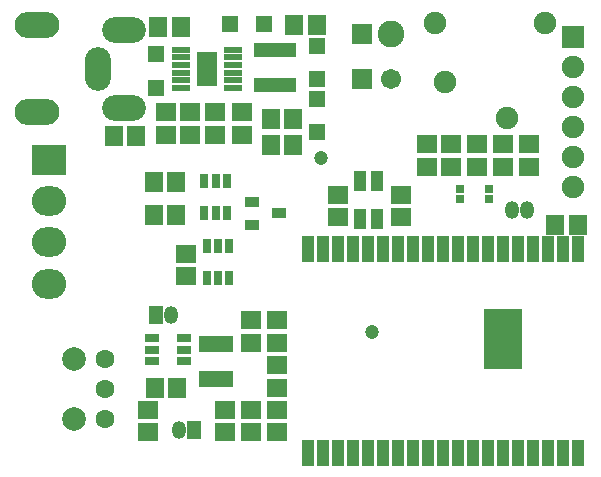
<source format=gbr>
G04 DipTrace 3.3.1.3*
G04 TopMask.gbr*
%MOIN*%
G04 #@! TF.FileFunction,Soldermask,Top*
G04 #@! TF.Part,Single*
%ADD51C,0.08905*%
%ADD87C,0.047402*%
%ADD89R,0.126142X0.204882*%
%ADD91R,0.043465X0.086772*%
%ADD93C,0.078898*%
%ADD95C,0.06315*%
%ADD97R,0.031654X0.051339*%
%ADD99R,0.071024X0.118268*%
%ADD101R,0.06315X0.019843*%
%ADD107R,0.051339X0.031654*%
%ADD111R,0.027717X0.027717*%
%ADD113R,0.04937X0.033622*%
%ADD115R,0.114331X0.053307*%
%ADD117R,0.14189X0.051339*%
%ADD121O,0.047402X0.059213*%
%ADD123R,0.047402X0.059213*%
%ADD129O,0.114331X0.098583*%
%ADD131R,0.114331X0.098583*%
%ADD133C,0.067402*%
%ADD135R,0.067402X0.067402*%
%ADD137R,0.074961X0.074961*%
%ADD139C,0.074961*%
%ADD141O,0.149764X0.086772*%
%ADD143O,0.086772X0.145827*%
%ADD145O,0.145827X0.086772*%
%ADD147R,0.039528X0.071024*%
%ADD151R,0.055276X0.055276*%
%ADD153R,0.059213X0.067087*%
%ADD155R,0.067087X0.059213*%
%FSLAX26Y26*%
G04*
G70*
G90*
G75*
G01*
G04 TopMask*
%LPD*%
D87*
X3657480Y1358268D3*
X3826772Y779528D3*
D155*
X3507874Y818898D3*
Y744094D3*
D153*
X3114173Y1795276D3*
X3188976D3*
D155*
X3220472Y1511811D3*
Y1437008D3*
D153*
X3566929Y1803150D3*
X3641732D3*
X3562992Y1401575D3*
X3488189D3*
X4437008Y1137795D3*
X4511811D3*
D155*
X4263780Y1330709D3*
Y1405512D3*
X3204724Y1039370D3*
Y964567D3*
X3507874Y519685D3*
Y444882D3*
X3421260Y818898D3*
Y744094D3*
D153*
X3102362Y594488D3*
X3177165D3*
D155*
X3507874D3*
Y669291D3*
X3421260Y519685D3*
Y444882D3*
D153*
X3039370Y1433071D3*
X2964567D3*
D151*
X3106299Y1704724D3*
Y1594488D3*
X3464567Y1807087D3*
X3354331D3*
X3641732Y1732283D3*
Y1622047D3*
Y1444882D3*
Y1555118D3*
D147*
X3787402Y1157480D3*
Y1283465D3*
X3842520Y1157480D3*
Y1283465D3*
D145*
X3000000Y1527559D3*
D143*
X2913386Y1657480D3*
D145*
X3000000Y1787402D3*
D141*
X2708661Y1803150D3*
Y1511811D3*
D139*
X4401575Y1811024D3*
X4275591Y1492126D3*
X4070866Y1614173D3*
X4035433Y1811024D3*
D137*
X4496063Y1763780D3*
D139*
Y1663780D3*
Y1563780D3*
Y1463780D3*
Y1363780D3*
Y1263780D3*
D135*
X3791341Y1623228D3*
D133*
X3889761D3*
D131*
X2748031Y1354331D3*
D129*
Y1216535D3*
Y1078740D3*
Y940945D3*
D123*
X3104921Y837205D3*
D121*
X3154921D3*
X4292520Y1185039D3*
X4342520D3*
D135*
X3791341Y1773622D3*
D51*
X3889761D3*
D121*
X3181693Y454134D3*
D123*
X3231693D3*
D117*
X3503937Y1720472D3*
Y1602362D3*
D115*
X3307087Y740157D3*
Y622047D3*
D113*
X3425197Y1212598D3*
Y1137795D3*
X3515748Y1175197D3*
D155*
X3335467Y444882D3*
Y519685D3*
X3078740Y444882D3*
Y519685D3*
X3137795Y1511811D3*
Y1437008D3*
X3712598Y1236220D3*
Y1161417D3*
X3921260Y1236220D3*
Y1161417D3*
D153*
X3562992Y1488189D3*
X3488189D3*
D155*
X3391732Y1437008D3*
Y1511811D3*
X3303150Y1437008D3*
Y1511811D3*
D153*
X3098425Y1169291D3*
X3173228D3*
X3098425Y1279528D3*
X3173228D3*
D155*
X4350394Y1405512D3*
Y1330709D3*
X4177165D3*
Y1405512D3*
X4007874D3*
Y1330709D3*
X4090551D3*
Y1405512D3*
D111*
X4216535Y1255906D3*
Y1224409D3*
X4118110D3*
Y1255906D3*
D107*
X3199969Y683264D3*
Y720665D3*
Y758067D3*
X3093669D3*
Y720665D3*
Y683264D3*
D101*
X3188976Y1720472D3*
Y1694882D3*
Y1669291D3*
Y1643701D3*
Y1618110D3*
Y1592520D3*
X3362205D3*
Y1618110D3*
Y1643701D3*
Y1669291D3*
Y1694882D3*
Y1720472D3*
D99*
X3275591Y1656496D3*
D97*
Y960630D3*
X3312992D3*
X3350394D3*
Y1066929D3*
X3312992D3*
X3275591D3*
D95*
X2935039Y488189D3*
Y588189D3*
Y688189D3*
D93*
X2831890Y488189D3*
Y688189D3*
D91*
X4511811Y1055118D3*
X4461811Y1055512D3*
X4411811D3*
X4361811D3*
X4311811D3*
X4261811D3*
X4211811D3*
X4161811D3*
X4111811D3*
X4061811D3*
X4011811D3*
X3961811D3*
X3911811D3*
X3861811D3*
X3862192Y377478D3*
X3912192D3*
X3962192D3*
X4012190D3*
X4062192D3*
X3612192D3*
X3662192D3*
X3712192D3*
X3762192D3*
X3812192D3*
X4111850Y377480D3*
X4161850D3*
X4211850D3*
X4261850D3*
X4311850D3*
X4361850D3*
X4411850D3*
X4461850D3*
X4511850D3*
D89*
X4263701Y755118D3*
D91*
X3812151Y1055508D3*
X3762151D3*
X3712151D3*
X3662151D3*
X3612151D3*
D97*
X3342520Y1283465D3*
X3305118D3*
X3267717D3*
Y1177165D3*
X3305118D3*
X3342520D3*
M02*

</source>
